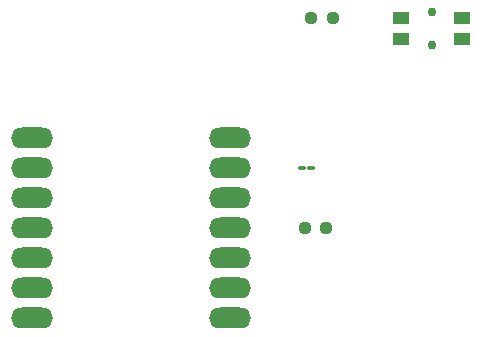
<source format=gbr>
%TF.GenerationSoftware,KiCad,Pcbnew,7.0.10*%
%TF.CreationDate,2024-01-17T15:43:09-08:00*%
%TF.ProjectId,test-1,74657374-2d31-42e6-9b69-6361645f7063,rev?*%
%TF.SameCoordinates,Original*%
%TF.FileFunction,Soldermask,Bot*%
%TF.FilePolarity,Negative*%
%FSLAX46Y46*%
G04 Gerber Fmt 4.6, Leading zero omitted, Abs format (unit mm)*
G04 Created by KiCad (PCBNEW 7.0.10) date 2024-01-17 15:43:09*
%MOMM*%
%LPD*%
G01*
G04 APERTURE LIST*
G04 Aperture macros list*
%AMRoundRect*
0 Rectangle with rounded corners*
0 $1 Rounding radius*
0 $2 $3 $4 $5 $6 $7 $8 $9 X,Y pos of 4 corners*
0 Add a 4 corners polygon primitive as box body*
4,1,4,$2,$3,$4,$5,$6,$7,$8,$9,$2,$3,0*
0 Add four circle primitives for the rounded corners*
1,1,$1+$1,$2,$3*
1,1,$1+$1,$4,$5*
1,1,$1+$1,$6,$7*
1,1,$1+$1,$8,$9*
0 Add four rect primitives between the rounded corners*
20,1,$1+$1,$2,$3,$4,$5,0*
20,1,$1+$1,$4,$5,$6,$7,0*
20,1,$1+$1,$6,$7,$8,$9,0*
20,1,$1+$1,$8,$9,$2,$3,0*%
G04 Aperture macros list end*
%ADD10O,3.556000X1.778000*%
%ADD11RoundRect,0.237500X0.250000X0.237500X-0.250000X0.237500X-0.250000X-0.237500X0.250000X-0.237500X0*%
%ADD12RoundRect,0.100000X0.217500X0.100000X-0.217500X0.100000X-0.217500X-0.100000X0.217500X-0.100000X0*%
%ADD13C,0.750000*%
%ADD14R,1.450000X1.000000*%
G04 APERTURE END LIST*
D10*
%TO.C,U1*%
X65278000Y-45720000D03*
X65278000Y-48260000D03*
X65278000Y-50800000D03*
X65278000Y-53340000D03*
X65278000Y-55880000D03*
X65278000Y-58420000D03*
X65278000Y-60960000D03*
X82042000Y-45720000D03*
X82042000Y-48260000D03*
X82042000Y-50800000D03*
X82042000Y-53340000D03*
X82042000Y-55880000D03*
X82042000Y-58420000D03*
X82042000Y-60960000D03*
%TD*%
D11*
%TO.C,R1*%
X90170000Y-53340000D03*
X88345000Y-53340000D03*
%TD*%
D12*
%TO.C,D1*%
X88875000Y-48260000D03*
X88060000Y-48260000D03*
%TD*%
D13*
%TO.C,SW1*%
X99095000Y-37785000D03*
X99095000Y-35035000D03*
D14*
X101670000Y-35560000D03*
X96520000Y-35560000D03*
X101670000Y-37260000D03*
X96520000Y-37260000D03*
%TD*%
D11*
%TO.C,R2*%
X90725000Y-35560000D03*
X88900000Y-35560000D03*
%TD*%
M02*

</source>
